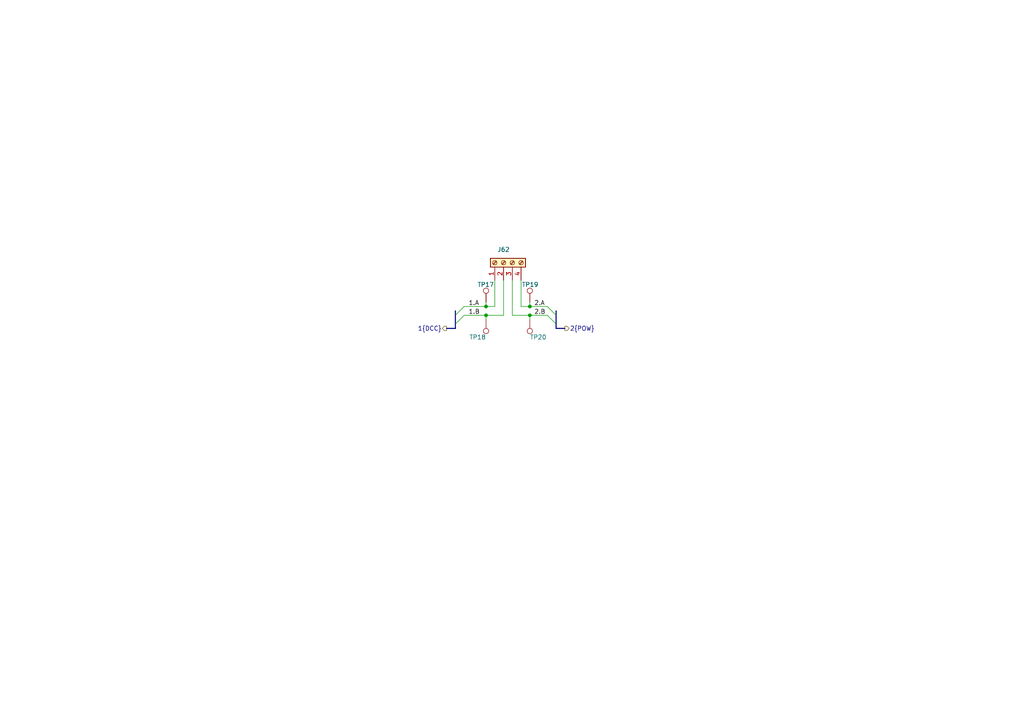
<source format=kicad_sch>
(kicad_sch (version 20231120) (generator "eeschema") (generator_version "8.0")
  (paper "A4")
  (lib_symbols
    (symbol "Connector:Screw_Terminal_01x04" (pin_names (offset 1.016) hide)
      (property "Reference" "J" (at 0 5.08 0))
      (property "Value" "Screw_Terminal_01x04" (at 0 -7.62 0))
      (symbol "Screw_Terminal_01x04_1_1"
        (rectangle (start -1.27 3.81) (end 1.27 -6.35) (stroke (width 0.254)) (fill (type background)))
        (circle (center 0 -5.08) (radius 0.635) (stroke (width 0.1524)))
        (circle (center 0 -2.54) (radius 0.635) (stroke (width 0.1524)))
        (polyline (pts (xy -0.5334 -4.7498) (xy 0.3302 -5.588)) (stroke (width 0.1524)))
        (polyline (pts (xy -0.5334 -2.2098) (xy 0.3302 -3.048)) (stroke (width 0.1524)))
        (polyline (pts (xy -0.5334 0.3302) (xy 0.3302 -0.508)) (stroke (width 0.1524)))
        (polyline (pts (xy -0.5334 2.8702) (xy 0.3302 2.032)) (stroke (width 0.1524)))
        (polyline (pts (xy -0.3556 -4.572) (xy 0.508 -5.4102)) (stroke (width 0.1524)))
        (polyline (pts (xy -0.3556 -2.032) (xy 0.508 -2.8702)) (stroke (width 0.1524)))
        (polyline (pts (xy -0.3556 0.508) (xy 0.508 -0.3302)) (stroke (width 0.1524)))
        (polyline (pts (xy -0.3556 3.048) (xy 0.508 2.2098)) (stroke (width 0.1524)))
        (circle (center 0 0) (radius 0.635) (stroke (width 0.1524)))
        (circle (center 0 2.54) (radius 0.635) (stroke (width 0.1524)))
        (pin passive line (at -5.08 2.54 0) (length 3.81) (name "Pin_1") (number "1"))
        (pin passive line (at -5.08 0 0) (length 3.81) (name "Pin_2") (number "2"))
        (pin passive line (at -5.08 -2.54 0) (length 3.81) (name "Pin_3") (number "3"))
        (pin passive line (at -5.08 -5.08 0) (length 3.81) (name "Pin_4") (number "4"))
      )
    )
    (symbol "Connector:TestPoint" (pin_numbers hide) (pin_names (offset 0.762) hide)
      (property "Reference" "TP" (at 0 6.858 0))
      (property "Value" "TestPoint" (at 0 5.08 0))
      (symbol "TestPoint_0_1"
        (circle (center 0 3.302) (radius 0.762))
      )
      (symbol "TestPoint_1_1"
        (pin passive line (at 0 0 90) (length 2.54) (name "1") (number "1"))
      )
    )
  )
  (junction (at 153.67 91.44))
  (junction (at 153.67 88.9))
  (junction (at 140.97 88.9))
  (junction (at 140.97 91.44))
  (bus_entry (at 132.08 93.98) (size 2.54 -2.54))
  (bus_entry (at 132.08 91.44) (size 2.54 -2.54))
  (bus_entry (at 161.29 91.44) (size -2.54 -2.54))
  (bus_entry (at 161.29 93.98) (size -2.54 -2.54))
  (bus (pts (xy 129.54 95.25) (xy 132.08 95.25)))
  (wire (pts (xy 153.67 91.44) (xy 158.75 91.44)))
  (bus (pts (xy 132.08 90.17) (xy 132.08 91.44)))
  (wire (pts (xy 140.97 92.71) (xy 140.97 91.44)))
  (wire (pts (xy 140.97 88.9) (xy 143.51 88.9)))
  (wire (pts (xy 148.59 81.28) (xy 148.59 91.44)))
  (wire (pts (xy 148.59 91.44) (xy 153.67 91.44)))
  (wire (pts (xy 153.67 92.71) (xy 153.67 91.44)))
  (wire (pts (xy 134.62 91.44) (xy 140.97 91.44)))
  (bus (pts (xy 161.29 90.17) (xy 161.29 91.44)))
  (bus (pts (xy 132.08 93.98) (xy 132.08 95.25)))
  (bus (pts (xy 161.29 91.44) (xy 161.29 93.98)))
  (wire (pts (xy 153.67 88.9) (xy 158.75 88.9)))
  (bus (pts (xy 161.29 93.98) (xy 161.29 95.25)))
  (bus (pts (xy 163.83 95.25) (xy 161.29 95.25)))
  (wire (pts (xy 151.13 81.28) (xy 151.13 88.9)))
  (wire (pts (xy 140.97 87.63) (xy 140.97 88.9)))
  (wire (pts (xy 153.67 87.63) (xy 153.67 88.9)))
  (wire (pts (xy 134.62 88.9) (xy 140.97 88.9)))
  (wire (pts (xy 146.05 81.28) (xy 146.05 91.44)))
  (wire (pts (xy 151.13 88.9) (xy 153.67 88.9)))
  (bus (pts (xy 132.08 91.44) (xy 132.08 93.98)))
  (wire (pts (xy 143.51 81.28) (xy 143.51 88.9)))
  (wire (pts (xy 146.05 91.44) (xy 140.97 91.44)))
  (label "1.A" (at 135.89 88.9 0))
  (label "1.B" (at 135.89 91.44 0))
  (label "2.B" (at 154.94 91.44 0))
  (label "2.A" (at 154.94 88.9 0))
  (hierarchical_label "1{DCC}" (shape output) (at 129.54 95.25 180))
  (hierarchical_label "2{POW}" (shape output) (at 163.83 95.25 0))
  (symbol (lib_id "Connector:TestPoint") (at 153.67 92.71 0) (mirror x) (unit 1)
    (property "Reference" "TP20" (at 153.67 97.79 0) (effects (justify left)))
    (property "Value" "TestPoint" (effects (hide yes)))
    (property "Footprint" "custom_kicad_lib_sk:pogoTestPad" (effects (hide yes)))
    (property "Description" "test point" (effects (hide yes)))
  )
  (symbol (lib_id "Connector:Screw_Terminal_01x04") (at 146.05 76.2 90) (unit 1)
    (property "Reference" "J62" (at 146.05 72.39 90))
    (property "Value" "Screw_Terminal_01x04" (effects (hide yes)))
    (property "Footprint" "Connector_Phoenix_MC:PhoenixContact_MC_1,5_4-G-3.5_1x04_P3.50mm_Horizontal" (effects (hide yes)))
    (property "JLCPCB Part#" "C880574" (effects (hide yes)))
  )
  (symbol (lib_id "Connector:TestPoint") (at 140.97 92.71 180) (unit 1)
    (property "Reference" "TP18" (at 140.97 97.79 0) (effects (justify left)))
    (property "Value" "TestPoint" (effects (hide yes)))
    (property "Footprint" "custom_kicad_lib_sk:pogoTestPad" (effects (hide yes)))
    (property "Description" "test point" (effects (hide yes)))
  )
  (symbol (lib_id "Connector:TestPoint") (at 153.67 87.63 0) (mirror y) (unit 1)
    (property "Reference" "TP19" (at 156.21 82.55 0) (effects (justify left)))
    (property "Value" "TestPoint" (effects (hide yes)))
    (property "Footprint" "custom_kicad_lib_sk:pogoTestPad" (effects (hide yes)))
    (property "Description" "test point" (effects (hide yes)))
  )
  (symbol (lib_id "Connector:TestPoint") (at 140.97 87.63 0) (unit 1)
    (property "Reference" "TP17" (at 138.43 82.55 0) (effects (justify left)))
    (property "Value" "TestPoint" (effects (hide yes)))
    (property "Footprint" "custom_kicad_lib_sk:pogoTestPad" (effects (hide yes)))
    (property "Description" "test point" (effects (hide yes)))
  )
)
</source>
